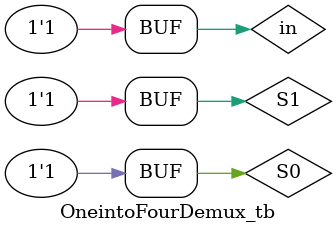
<source format=v>
module  OneintoFourDemux_tb;
  reg in,S1,S0;
  wire out0,out1,out2,out3;
  
 OneintoFourDemux DeMux1to4(.out0(out0),.out1(out1),.out2(out2),.out3(out3),.in(in),.s1(S1),.s0(S0));
 //FourintoOneMuxusingBM Mux4to1(.out(O),.i0(A0),.i1(A1),.i2(A2),.i3(A3),.s1(S1),.s0(S0));
  initial 
  begin
    in=1'b0;
    S0=1'b0;
    S1=1'b0;
    #10;
    in=1'b0;
    S0=1'b0;
    S1=1'b1;
    #10;
    in=1'b0;
    S0=1'b1;
    S1=1'b0;
    #10;
    in=1'b0;
    S0=1'b1;
    S1=1'b1;
    #10;
    in=1'b1;
    S0=1'b0;
    S1=1'b0;
    #10; 
    in=1'b1;
    S0=1'b0;
    S1=1'b1;
    #10; 
    in=1'b1;
    S0=1'b1;
    S1=1'b0;
    #10;
    in=1'b1;
    S0=1'b1;
    S1=1'b1;
    #10;
    in=1'b1;
    S0=1'b0;
    S1=1'b0;
    #10;
    in=1'b1;
    S0=1'b0;
    S1=1'b1;
    #10;
    in=1'b1;
    S0=1'b1;
    S1=1'b0;
    #10;
    in=1'b1;
    S0=1'b1;
    S1=1'b1;
    #10;
  end
  
endmodule
</source>
